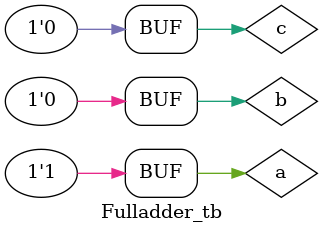
<source format=v>
module Fulladder_tb();
	reg a;
	reg b;
	reg c;
	wire sum;
	wire carry;
	
Fulladder uut (
		.a(a), 
		.b(b), 
		.c(c), 
		.sum(sum), 
		.carry(carry)
	);

	initial 
          begin
		   a = 0;
		   b = 0;
		   c = 0;
		   #10;
		   {a,b,c}=3'b101;
		   #20;
		   {a,b,c}=3'b011;
		    #20;
	      	    {a,b,c}=3'b100;
		     #100;
	  end
      
endmodule

</source>
